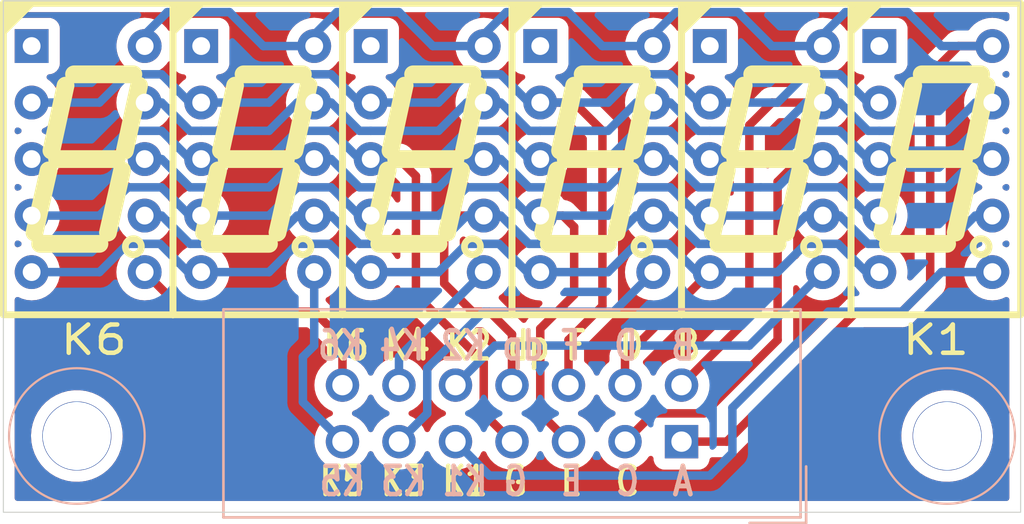
<source format=kicad_pcb>
(kicad_pcb (version 20211014) (generator pcbnew)
  (layers (0 "F.Cu" signal) (31 "B.Cu" signal) (36 "B.SilkS" user "B.Silkscreen") (37 "F.SilkS" user "F.Silkscreen") (38 "B.Mask" user) (39 "F.Mask" user) (44 "Edge.Cuts" user))
  (net 0 "")
  (net 1 "/K_SegA")
  (net 2 "/K_SegB")
  (net 3 "/K_SegC")
  (net 4 "/K_SegDP")
  (net 5 "/A0")
  (net 6 "/K_SegD")
  (net 7 "/K_SegE")
  (net 8 "/K_SegG")
  (net 9 "/K_SegF")
  (net 10 "/A1")
  (net 11 "/A2")
  (net 12 "/A3")
  (net 13 "/A4")
  (net 14 "/A5")
  (footprint "GCC_Display:Disp7_036" (layer "F.Cu") (at 80.264 37.592)
    (fp_text reference "D1" hide)
    (fp_text value "HDSP-7XXX-A" hide)
    (fp_line (start -3.81 6.9977) (end 3.81 6.9977) (layer "F.SilkS") (width 0.3048))
    (fp_line (start -3.81 -6.096) (end -2.921 -6.985) (layer "F.SilkS") (width 0.3048))
    (fp_line (start 3.81 -6.9977) (end -3.81 -6.9977) (layer "F.SilkS") (width 0.3048))
    (fp_line (start -1.651 -0.381) (end -1.016 -3.302) (layer "F.SilkS") (width 0.79756))
    (fp_line (start -2.15646 3.81) (end 0.508 3.81) (layer "F.SilkS") (width 0.79756))
    (fp_line (start -2.41046 3.302) (end -1.778 0.508) (layer "F.SilkS") (width 0.79756))
    (fp_line (start -3.81 -6.477) (end -3.302 -6.985) (layer "F.SilkS") (width 0.3048))
    (fp_line (start 0.889 3.302) (end 1.524 0.508) (layer "F.SilkS") (width 0.79756))
    (fp_line (start -1.397 0) (end 1.27 0) (layer "F.SilkS") (width 0.79756))
    (fp_line (start -3.81 -5.715) (end -2.54 -6.985) (layer "F.SilkS") (width 0.3048))
    (fp_line (start -0.635 -3.81) (end 2.032 -3.81) (layer "F.SilkS") (width 0.79756))
    (fp_line (start 1.651 -0.381) (end 2.286 -3.302) (layer "F.SilkS") (width 0.79756))
    (fp_line (start 3.81 6.9977) (end 3.81 -6.9977) (layer "F.SilkS") (width 0.3048))
    (fp_line (start -3.81 -6.9977) (end -3.81 6.9977) (layer "F.SilkS") (width 0.3048))
    (fp_circle (center 2.032 3.937) (end 2.286 4.191) (layer "F.SilkS") (width 0.3048) (fill none))
    (pad "1" thru_hole rect locked (at -2.54 -5.08) (size 1.52146 1.52146) (drill 0.8001) (layers *.Cu *.Mask) (net 5 "/A0"))
    (pad "2" thru_hole circle locked (at -2.54 -2.54) (size 1.52146 1.52146) (drill 0.8001) (layers *.Cu *.Mask) (net 9 "/K_SegF"))
    (pad "3" thru_hole circle locked (at -2.54 0) (size 1.52146 1.52146) (drill 0.8001) (layers *.Cu *.Mask) (net 8 "/K_SegG"))
    (pad "4" thru_hole circle locked (at -2.54 2.54) (size 1.52146 1.52146) (drill 0.8001) (layers *.Cu *.Mask) (net 7 "/K_SegE"))
    (pad "5" thru_hole circle locked (at -2.54 5.08) (size 1.52146 1.52146) (drill 0.8001) (layers *.Cu *.Mask) (net 6 "/K_SegD"))
    (pad "6" thru_hole circle locked (at 2.54 5.08) (size 1.52146 1.52146) (drill 0.8001) (layers *.Cu *.Mask) (net 5 "/A0"))
    (pad "7" thru_hole circle locked (at 2.54 2.54) (size 1.52146 1.52146) (drill 0.8001) (layers *.Cu *.Mask) (net 4 "/K_SegDP"))
    (pad "8" thru_hole circle locked (at 2.54 0) (size 1.52146 1.52146) (drill 0.8001) (layers *.Cu *.Mask) (net 3 "/K_SegC"))
    (pad "9" thru_hole circle locked (at 2.54 -2.54) (size 1.52146 1.52146) (drill 0.8001) (layers *.Cu *.Mask) (net 2 "/K_SegB"))
    (pad "10" thru_hole circle locked (at 2.54 -5.08) (size 1.52146 1.52146) (drill 0.8001) (layers *.Cu *.Mask) (net 1 "/K_SegA"))
  )
  (footprint "GCC_Display:Disp7_036" (layer "F.Cu") (at 72.644 37.592)
    (fp_text reference "D2" hide)
    (fp_text value "HDSP-7XXX-A" hide)
    (fp_line (start -3.81 -6.096) (end -2.921 -6.985) (layer "F.SilkS") (width 0.3048))
    (fp_line (start -3.81 -6.9977) (end -3.81 6.9977) (layer "F.SilkS") (width 0.3048))
    (fp_line (start -1.397 0) (end 1.27 0) (layer "F.SilkS") (width 0.79756))
    (fp_line (start 1.651 -0.381) (end 2.286 -3.302) (layer "F.SilkS") (width 0.79756))
    (fp_line (start -2.41046 3.302) (end -1.778 0.508) (layer "F.SilkS") (width 0.79756))
    (fp_line (start -3.81 6.9977) (end 3.81 6.9977) (layer "F.SilkS") (width 0.3048))
    (fp_line (start -3.81 -5.715) (end -2.54 -6.985) (layer "F.SilkS") (width 0.3048))
    (fp_line (start -0.635 -3.81) (end 2.032 -3.81) (layer "F.SilkS") (width 0.79756))
    (fp_line (start -1.651 -0.381) (end -1.016 -3.302) (layer "F.SilkS") (width 0.79756))
    (fp_line (start 0.889 3.302) (end 1.524 0.508) (layer "F.SilkS") (width 0.79756))
    (fp_line (start -3.81 -6.477) (end -3.302 -6.985) (layer "F.SilkS") (width 0.3048))
    (fp_line (start -2.15646 3.81) (end 0.508 3.81) (layer "F.SilkS") (width 0.79756))
    (fp_line (start 3.81 -6.9977) (end -3.81 -6.9977) (layer "F.SilkS") (width 0.3048))
    (fp_line (start 3.81 6.9977) (end 3.81 -6.9977) (layer "F.SilkS") (width 0.3048))
    (fp_circle (center 2.032 3.937) (end 2.286 4.191) (layer "F.SilkS") (width 0.3048) (fill none))
    (pad "1" thru_hole rect locked (at -2.54 -5.08) (size 1.52146 1.52146) (drill 0.8001) (layers *.Cu *.Mask) (net 10 "/A1"))
    (pad "2" thru_hole circle locked (at -2.54 -2.54) (size 1.52146 1.52146) (drill 0.8001) (layers *.Cu *.Mask) (net 9 "/K_SegF"))
    (pad "3" thru_hole circle locked (at -2.54 0) (size 1.52146 1.52146) (drill 0.8001) (layers *.Cu *.Mask) (net 8 "/K_SegG"))
    (pad "4" thru_hole circle locked (at -2.54 2.54) (size 1.52146 1.52146) (drill 0.8001) (layers *.Cu *.Mask) (net 7 "/K_SegE"))
    (pad "5" thru_hole circle locked (at -2.54 5.08) (size 1.52146 1.52146) (drill 0.8001) (layers *.Cu *.Mask) (net 6 "/K_SegD"))
    (pad "6" thru_hole circle locked (at 2.54 5.08) (size 1.52146 1.52146) (drill 0.8001) (layers *.Cu *.Mask) (net 10 "/A1"))
    (pad "7" thru_hole circle locked (at 2.54 2.54) (size 1.52146 1.52146) (drill 0.8001) (layers *.Cu *.Mask) (net 4 "/K_SegDP"))
    (pad "8" thru_hole circle locked (at 2.54 0) (size 1.52146 1.52146) (drill 0.8001) (layers *.Cu *.Mask) (net 3 "/K_SegC"))
    (pad "9" thru_hole circle locked (at 2.54 -2.54) (size 1.52146 1.52146) (drill 0.8001) (layers *.Cu *.Mask) (net 2 "/K_SegB"))
    (pad "10" thru_hole circle locked (at 2.54 -5.08) (size 1.52146 1.52146) (drill 0.8001) (layers *.Cu *.Mask) (net 1 "/K_SegA"))
  )
  (footprint "GCC_Display:Disp7_036" (layer "F.Cu") (at 65.024 37.592)
    (fp_text reference "D3" hide)
    (fp_text value "HDSP-7XXX-A" hide)
    (fp_line (start -3.81 -6.9977) (end -3.81 6.9977) (layer "F.SilkS") (width 0.3048))
    (fp_line (start -3.81 6.9977) (end 3.81 6.9977) (layer "F.SilkS") (width 0.3048))
    (fp_line (start -1.651 -0.381) (end -1.016 -3.302) (layer "F.SilkS") (width 0.79756))
    (fp_line (start -3.81 -6.477) (end -3.302 -6.985) (layer "F.SilkS") (width 0.3048))
    (fp_line (start -2.15646 3.81) (end 0.508 3.81) (layer "F.SilkS") (width 0.79756))
    (fp_line (start 0.889 3.302) (end 1.524 0.508) (layer "F.SilkS") (width 0.79756))
    (fp_line (start -2.41046 3.302) (end -1.778 0.508) (layer "F.SilkS") (width 0.79756))
    (fp_line (start 3.81 6.9977) (end 3.81 -6.9977) (layer "F.SilkS") (width 0.3048))
    (fp_line (start -3.81 -6.096) (end -2.921 -6.985) (layer "F.SilkS") (width 0.3048))
    (fp_line (start -1.397 0) (end 1.27 0) (layer "F.SilkS") (width 0.79756))
    (fp_line (start -3.81 -5.715) (end -2.54 -6.985) (layer "F.SilkS") (width 0.3048))
    (fp_line (start 3.81 -6.9977) (end -3.81 -6.9977) (layer "F.SilkS") (width 0.3048))
    (fp_line (start -0.635 -3.81) (end 2.032 -3.81) (layer "F.SilkS") (width 0.79756))
    (fp_line (start 1.651 -0.381) (end 2.286 -3.302) (layer "F.SilkS") (width 0.79756))
    (fp_circle (center 2.032 3.937) (end 2.286 4.191) (layer "F.SilkS") (width 0.3048) (fill none))
    (pad "1" thru_hole rect locked (at -2.54 -5.08) (size 1.52146 1.52146) (drill 0.8001) (layers *.Cu *.Mask) (net 11 "/A2"))
    (pad "2" thru_hole circle locked (at -2.54 -2.54) (size 1.52146 1.52146) (drill 0.8001) (layers *.Cu *.Mask) (net 9 "/K_SegF"))
    (pad "3" thru_hole circle locked (at -2.54 0) (size 1.52146 1.52146) (drill 0.8001) (layers *.Cu *.Mask) (net 8 "/K_SegG"))
    (pad "4" thru_hole circle locked (at -2.54 2.54) (size 1.52146 1.52146) (drill 0.8001) (layers *.Cu *.Mask) (net 7 "/K_SegE"))
    (pad "5" thru_hole circle locked (at -2.54 5.08) (size 1.52146 1.52146) (drill 0.8001) (layers *.Cu *.Mask) (net 6 "/K_SegD"))
    (pad "6" thru_hole circle locked (at 2.54 5.08) (size 1.52146 1.52146) (drill 0.8001) (layers *.Cu *.Mask) (net 11 "/A2"))
    (pad "7" thru_hole circle locked (at 2.54 2.54) (size 1.52146 1.52146) (drill 0.8001) (layers *.Cu *.Mask) (net 4 "/K_SegDP"))
    (pad "8" thru_hole circle locked (at 2.54 0) (size 1.52146 1.52146) (drill 0.8001) (layers *.Cu *.Mask) (net 3 "/K_SegC"))
    (pad "9" thru_hole circle locked (at 2.54 -2.54) (size 1.52146 1.52146) (drill 0.8001) (layers *.Cu *.Mask) (net 2 "/K_SegB"))
    (pad "10" thru_hole circle locked (at 2.54 -5.08) (size 1.52146 1.52146) (drill 0.8001) (layers *.Cu *.Mask) (net 1 "/K_SegA"))
  )
  (footprint "GCC_Display:Disp7_036" (layer "F.Cu") (at 57.404 37.592)
    (fp_text reference "D4" hide)
    (fp_text value "HDSP-7XXX-A" hide)
    (fp_line (start -3.81 -6.096) (end -2.921 -6.985) (layer "F.SilkS") (width 0.3048))
    (fp_line (start -3.81 -6.9977) (end -3.81 6.9977) (layer "F.SilkS") (width 0.3048))
    (fp_line (start -3.81 -5.715) (end -2.54 -6.985) (layer "F.SilkS") (width 0.3048))
    (fp_line (start -2.41046 3.302) (end -1.778 0.508) (layer "F.SilkS") (width 0.79756))
    (fp_line (start -3.81 6.9977) (end 3.81 6.9977) (layer "F.SilkS") (width 0.3048))
    (fp_line (start -1.651 -0.381) (end -1.016 -3.302) (layer "F.SilkS") (width 0.79756))
    (fp_line (start -2.15646 3.81) (end 0.508 3.81) (layer "F.SilkS") (width 0.79756))
    (fp_line (start 3.81 6.9977) (end 3.81 -6.9977) (layer "F.SilkS") (width 0.3048))
    (fp_line (start -0.635 -3.81) (end 2.032 -3.81) (layer "F.SilkS") (width 0.79756))
    (fp_line (start -3.81 -6.477) (end -3.302 -6.985) (layer "F.SilkS") (width 0.3048))
    (fp_line (start 0.889 3.302) (end 1.524 0.508) (layer "F.SilkS") (width 0.79756))
    (fp_line (start 1.651 -0.381) (end 2.286 -3.302) (layer "F.SilkS") (width 0.79756))
    (fp_line (start 3.81 -6.9977) (end -3.81 -6.9977) (layer "F.SilkS") (width 0.3048))
    (fp_line (start -1.397 0) (end 1.27 0) (layer "F.SilkS") (width 0.79756))
    (fp_circle (center 2.032 3.937) (end 2.286 4.191) (layer "F.SilkS") (width 0.3048) (fill none))
    (pad "1" thru_hole rect locked (at -2.54 -5.08) (size 1.52146 1.52146) (drill 0.8001) (layers *.Cu *.Mask) (net 12 "/A3"))
    (pad "2" thru_hole circle locked (at -2.54 -2.54) (size 1.52146 1.52146) (drill 0.8001) (layers *.Cu *.Mask) (net 9 "/K_SegF"))
    (pad "3" thru_hole circle locked (at -2.54 0) (size 1.52146 1.52146) (drill 0.8001) (layers *.Cu *.Mask) (net 8 "/K_SegG"))
    (pad "4" thru_hole circle locked (at -2.54 2.54) (size 1.52146 1.52146) (drill 0.8001) (layers *.Cu *.Mask) (net 7 "/K_SegE"))
    (pad "5" thru_hole circle locked (at -2.54 5.08) (size 1.52146 1.52146) (drill 0.8001) (layers *.Cu *.Mask) (net 6 "/K_SegD"))
    (pad "6" thru_hole circle locked (at 2.54 5.08) (size 1.52146 1.52146) (drill 0.8001) (layers *.Cu *.Mask) (net 12 "/A3"))
    (pad "7" thru_hole circle locked (at 2.54 2.54) (size 1.52146 1.52146) (drill 0.8001) (layers *.Cu *.Mask) (net 4 "/K_SegDP"))
    (pad "8" thru_hole circle locked (at 2.54 0) (size 1.52146 1.52146) (drill 0.8001) (layers *.Cu *.Mask) (net 3 "/K_SegC"))
    (pad "9" thru_hole circle locked (at 2.54 -2.54) (size 1.52146 1.52146) (drill 0.8001) (layers *.Cu *.Mask) (net 2 "/K_SegB"))
    (pad "10" thru_hole circle locked (at 2.54 -5.08) (size 1.52146 1.52146) (drill 0.8001) (layers *.Cu *.Mask) (net 1 "/K_SegA"))
  )
  (footprint "GCC_Display:Disp7_036" (layer "F.Cu") (at 49.784 37.592)
    (fp_text reference "D5" hide)
    (fp_text value "HDSP-7XXX-A" hide)
    (fp_line (start -3.81 -6.477) (end -3.302 -6.985) (layer "F.SilkS") (width 0.3048))
    (fp_line (start -3.81 -6.096) (end -2.921 -6.985) (layer "F.SilkS") (width 0.3048))
    (fp_line (start -3.81 6.9977) (end 3.81 6.9977) (layer "F.SilkS") (width 0.3048))
    (fp_line (start -1.397 0) (end 1.27 0) (layer "F.SilkS") (width 0.79756))
    (fp_line (start 3.81 6.9977) (end 3.81 -6.9977) (layer "F.SilkS") (width 0.3048))
    (fp_line (start -0.635 -3.81) (end 2.032 -3.81) (layer "F.SilkS") (width 0.79756))
    (fp_line (start -2.41046 3.302) (end -1.778 0.508) (layer "F.SilkS") (width 0.79756))
    (fp_line (start 1.651 -0.381) (end 2.286 -3.302) (layer "F.SilkS") (width 0.79756))
    (fp_line (start -2.15646 3.81) (end 0.508 3.81) (layer "F.SilkS") (width 0.79756))
    (fp_line (start 0.889 3.302) (end 1.524 0.508) (layer "F.SilkS") (width 0.79756))
    (fp_line (start -3.81 -6.9977) (end -3.81 6.9977) (layer "F.SilkS") (width 0.3048))
    (fp_line (start 3.81 -6.9977) (end -3.81 -6.9977) (layer "F.SilkS") (width 0.3048))
    (fp_line (start -1.651 -0.381) (end -1.016 -3.302) (layer "F.SilkS") (width 0.79756))
    (fp_line (start -3.81 -5.715) (end -2.54 -6.985) (layer "F.SilkS") (width 0.3048))
    (fp_circle (center 2.032 3.937) (end 2.286 4.191) (layer "F.SilkS") (width 0.3048) (fill none))
    (pad "1" thru_hole rect locked (at -2.54 -5.08) (size 1.52146 1.52146) (drill 0.8001) (layers *.Cu *.Mask) (net 13 "/A4"))
    (pad "2" thru_hole circle locked (at -2.54 -2.54) (size 1.52146 1.52146) (drill 0.8001) (layers *.Cu *.Mask) (net 9 "/K_SegF"))
    (pad "3" thru_hole circle locked (at -2.54 0) (size 1.52146 1.52146) (drill 0.8001) (layers *.Cu *.Mask) (net 8 "/K_SegG"))
    (pad "4" thru_hole circle locked (at -2.54 2.54) (size 1.52146 1.52146) (drill 0.8001) (layers *.Cu *.Mask) (net 7 "/K_SegE"))
    (pad "5" thru_hole circle locked (at -2.54 5.08) (size 1.52146 1.52146) (drill 0.8001) (layers *.Cu *.Mask) (net 6 "/K_SegD"))
    (pad "6" thru_hole circle locked (at 2.54 5.08) (size 1.52146 1.52146) (drill 0.8001) (layers *.Cu *.Mask) (net 13 "/A4"))
    (pad "7" thru_hole circle locked (at 2.54 2.54) (size 1.52146 1.52146) (drill 0.8001) (layers *.Cu *.Mask) (net 4 "/K_SegDP"))
    (pad "8" thru_hole circle locked (at 2.54 0) (size 1.52146 1.52146) (drill 0.8001) (layers *.Cu *.Mask) (net 3 "/K_SegC"))
    (pad "9" thru_hole circle locked (at 2.54 -2.54) (size 1.52146 1.52146) (drill 0.8001) (layers *.Cu *.Mask) (net 2 "/K_SegB"))
    (pad "10" thru_hole circle locked (at 2.54 -5.08) (size 1.52146 1.52146) (drill 0.8001) (layers *.Cu *.Mask) (net 1 "/K_SegA"))
  )
  (footprint "GCC_Display:Disp7_036" (layer "F.Cu") (at 42.164 37.592)
    (fp_text reference "D6" hide)
    (fp_text value "HDSP-7XXX-A" hide)
    (fp_line (start -3.81 -5.715) (end -2.54 -6.985) (layer "F.SilkS") (width 0.3048))
    (fp_line (start -2.41046 3.302) (end -1.778 0.508) (layer "F.SilkS") (width 0.79756))
    (fp_line (start -2.15646 3.81) (end 0.508 3.81) (layer "F.SilkS") (width 0.79756))
    (fp_line (start -0.635 -3.81) (end 2.032 -3.81) (layer "F.SilkS") (width 0.79756))
    (fp_line (start -1.397 0) (end 1.27 0) (layer "F.SilkS") (width 0.79756))
    (fp_line (start -3.81 -6.9977) (end -3.81 6.9977) (layer "F.SilkS") (width 0.3048))
    (fp_line (start 1.651 -0.381) (end 2.286 -3.302) (layer "F.SilkS") (width 0.79756))
    (fp_line (start 3.81 -6.9977) (end -3.81 -6.9977) (layer "F.SilkS") (width 0.3048))
    (fp_line (start -1.651 -0.381) (end -1.016 -3.302) (layer "F.SilkS") (width 0.79756))
    (fp_line (start -3.81 6.9977) (end 3.81 6.9977) (layer "F.SilkS") (width 0.3048))
    (fp_line (start -3.81 -6.477) (end -3.302 -6.985) (layer "F.SilkS") (width 0.3048))
    (fp_line (start 0.889 3.302) (end 1.524 0.508) (layer "F.SilkS") (width 0.79756))
    (fp_line (start -3.81 -6.096) (end -2.921 -6.985) (layer "F.SilkS") (width 0.3048))
    (fp_line (start 3.81 6.9977) (end 3.81 -6.9977) (layer "F.SilkS") (width 0.3048))
    (fp_circle (center 2.032 3.937) (end 2.286 4.191) (layer "F.SilkS") (width 0.3048) (fill none))
    (pad "1" thru_hole rect locked (at -2.54 -5.08) (size 1.52146 1.52146) (drill 0.8001) (layers *.Cu *.Mask) (net 14 "/A5"))
    (pad "2" thru_hole circle locked (at -2.54 -2.54) (size 1.52146 1.52146) (drill 0.8001) (layers *.Cu *.Mask) (net 9 "/K_SegF"))
    (pad "3" thru_hole circle locked (at -2.54 0) (size 1.52146 1.52146) (drill 0.8001) (layers *.Cu *.Mask) (net 8 "/K_SegG"))
    (pad "4" thru_hole circle locked (at -2.54 2.54) (size 1.52146 1.52146) (drill 0.8001) (layers *.Cu *.Mask) (net 7 "/K_SegE"))
    (pad "5" thru_hole circle locked (at -2.54 5.08) (size 1.52146 1.52146) (drill 0.8001) (layers *.Cu *.Mask) (net 6 "/K_SegD"))
    (pad "6" thru_hole circle locked (at 2.54 5.08) (size 1.52146 1.52146) (drill 0.8001) (layers *.Cu *.Mask) (net 14 "/A5"))
    (pad "7" thru_hole circle locked (at 2.54 2.54) (size 1.52146 1.52146) (drill 0.8001) (layers *.Cu *.Mask) (net 4 "/K_SegDP"))
    (pad "8" thru_hole circle locked (at 2.54 0) (size 1.52146 1.52146) (drill 0.8001) (layers *.Cu *.Mask) (net 3 "/K_SegC"))
    (pad "9" thru_hole circle locked (at 2.54 -2.54) (size 1.52146 1.52146) (drill 0.8001) (layers *.Cu *.Mask) (net 2 "/K_SegB"))
    (pad "10" thru_hole circle locked (at 2.54 -5.08) (size 1.52146 1.52146) (drill 0.8001) (layers *.Cu *.Mask) (net 1 "/K_SegA"))
  )
  (footprint "GCC_holes:Hole3mm" (layer "B.Cu") (at 41.656 50.038)
    (fp_text reference "H11" hide)
    (fp_text value "MountingHole" hide)
    (fp_circle (center 0 0) (end 0 3.048) (layer "B.SilkS") (width 0.1) (fill none))
    (pad "1" thru_hole circle locked (at 0 0) (size 3.1 3.1) (drill 3.05) (layers *.Cu *.Mask))
  )
  (footprint "GCC_holes:Hole3mm" (layer "B.Cu") (at 80.772 50.038)
    (fp_text reference "H12" hide)
    (fp_text value "MountingHole" hide)
    (fp_circle (center 0 0) (end 0 3.048) (layer "B.SilkS") (width 0.1) (fill none))
    (pad "1" thru_hole circle locked (at 0 0) (size 3.1 3.1) (drill 3.05) (layers *.Cu *.Mask))
  )
  (footprint "Connector_IDC:IDC-Header_2x07_P2.54mm_Vertical" (layer "B.Cu") (at 68.834 50.292 90)
    (fp_text reference "P8" hide)
    (fp_text value "Disp1x6" hide)
    (fp_line (start -3.655 5.6) (end -1.115 5.6) (layer "B.SilkS") (width 0.12))
    (fp_line (start -3.405 -20.59) (end -3.405 5.35) (layer "B.SilkS") (width 0.12))
    (fp_line (start 5.945 5.35) (end 5.945 -20.59) (layer "B.SilkS") (width 0.12))
    (fp_line (start -3.405 5.35) (end 5.945 5.35) (layer "B.SilkS") (width 0.12))
    (fp_line (start -3.655 5.6) (end -3.655 3.06) (layer "B.SilkS") (width 0.12))
    (fp_line (start 5.945 -20.59) (end -3.405 -20.59) (layer "B.SilkS") (width 0.12))
    (pad "1" thru_hole rect locked (at 0 0 90) (size 1.4986 1.4986) (drill 0.9144) (layers *.Cu *.Mask) (net 1 "/K_SegA"))
    (pad "2" thru_hole oval locked (at 2.54 0 90) (size 1.4986 1.4986) (drill 0.9144) (layers *.Cu *.Mask) (net 2 "/K_SegB"))
    (pad "3" thru_hole oval locked (at 0 -2.54 90) (size 1.4986 1.4986) (drill 0.9144) (layers *.Cu *.Mask) (net 3 "/K_SegC"))
    (pad "4" thru_hole oval locked (at 2.54 -2.54 90) (size 1.4986 1.4986) (drill 0.9144) (layers *.Cu *.Mask) (net 6 "/K_SegD"))
    (pad "5" thru_hole oval locked (at 0 -5.08 90) (size 1.4986 1.4986) (drill 0.9144) (layers *.Cu *.Mask) (net 7 "/K_SegE"))
    (pad "6" thru_hole oval locked (at 2.54 -5.08 90) (size 1.4986 1.4986) (drill 0.9144) (layers *.Cu *.Mask) (net 9 "/K_SegF"))
    (pad "7" thru_hole oval locked (at 0 -7.62 90) (size 1.4986 1.4986) (drill 0.9144) (layers *.Cu *.Mask) (net 8 "/K_SegG"))
    (pad "8" thru_hole oval locked (at 2.54 -7.62 90) (size 1.4986 1.4986) (drill 0.9144) (layers *.Cu *.Mask) (net 4 "/K_SegDP"))
    (pad "9" thru_hole oval locked (at 0 -10.16 90) (size 1.4986 1.4986) (drill 0.9144) (layers *.Cu *.Mask) (net 5 "/A0"))
    (pad "10" thru_hole oval locked (at 2.54 -10.16 90) (size 1.4986 1.4986) (drill 0.9144) (layers *.Cu *.Mask) (net 10 "/A1"))
    (pad "11" thru_hole oval locked (at 0 -12.7 90) (size 1.4986 1.4986) (drill 0.9144) (layers *.Cu *.Mask) (net 11 "/A2"))
    (pad "12" thru_hole oval locked (at 2.54 -12.7 90) (size 1.4986 1.4986) (drill 0.9144) (layers *.Cu *.Mask) (net 12 "/A3"))
    (pad "13" thru_hole oval locked (at 0 -15.24 90) (size 1.4986 1.4986) (drill 0.9144) (layers *.Cu *.Mask) (net 13 "/A4"))
    (pad "14" thru_hole oval locked (at 2.54 -15.24 90) (size 1.4986 1.4986) (drill 0.9144) (layers *.Cu *.Mask) (net 14 "/A5"))
  )
  (gr_rect (start 38.354 30.48) (end 84.074 53.467) (layer "Edge.Cuts") (width 0.05) (fill none))
  (gr_text "A  C  E  G K1 K3 K5" (at 60.96 52.07) (layer "B.SilkS") (effects (font (size 1.27 1.016) (thickness 0.2032)) (justify mirror)))
  (gr_text "B  D  F dp K2 K4 K6" (at 60.96 45.974) (layer "B.SilkS") (effects (font (size 1.27 1.016) (thickness 0.2032)) (justify mirror)))
  (gr_text "K5 K3 K1 G  E  C  A" (at 60.96 52.07) (layer "F.SilkS") (effects (font (size 1.27 1.016) (thickness 0.2032))))
  (gr_text "K1" (at 80.264 45.72) (layer "F.SilkS") (effects (font (size 1.27 1.524) (thickness 0.2032))))
  (gr_text "K6" (at 42.418 45.72) (layer "F.SilkS") (effects (font (size 1.27 1.524) (thickness 0.2032))))
  (gr_text "K6 K4 K2 dp F  D  B" (at 61.214 45.974) (layer "F.SilkS") (effects (font (size 1.27 1.016) (thickness 0.2032))))
  (segment (start 82.804 32.512) (end 81.28 32.512) (width 0.381) (layer "F.Cu") (net 1))
  (segment (start 81.28 32.512) (end 80.01 33.782) (width 0.381) (layer "F.Cu") (net 1))
  (segment (start 70.866 50.292) (end 68.834 50.292) (width 0.381) (layer "F.Cu") (net 1))
  (segment (start 80.01 33.782) (end 80.01 43.18) (width 0.381) (layer "F.Cu") (net 1))
  (segment (start 76.708 44.45) (end 70.866 50.292) (width 0.381) (layer "F.Cu") (net 1))
  (segment (start 78.74 44.45) (end 76.708 44.45) (width 0.381) (layer "F.Cu") (net 1))
  (segment (start 80.01 43.18) (end 78.74 44.45) (width 0.381) (layer "F.Cu") (net 1))
  (segment (start 78.994 30.988) (end 80.518 32.512) (width 0.381) (layer "B.Cu") (net 1))
  (segment (start 76.2 30.988) (end 78.994 30.988) (width 0.381) (layer "B.Cu") (net 1))
  (segment (start 75.184 32.512) (end 75.184 32.004) (width 0.381) (layer "B.Cu") (net 1))
  (segment (start 75.184 32.004) (end 76.2 30.988) (width 0.381) (layer "B.Cu") (net 1))
  (segment (start 80.518 32.512) (end 82.804 32.512) (width 0.381) (layer "B.Cu") (net 1))
  (segment (start 44.704 32.512) (end 44.704 32.004) (width 0.381) (layer "B.Cu") (net 1))
  (segment (start 65.278 32.512) (end 67.564 32.512) (width 0.381) (layer "B.Cu") (net 1))
  (segment (start 71.374 30.988) (end 72.898 32.512) (width 0.381) (layer "B.Cu") (net 1))
  (segment (start 59.944 32.004) (end 60.96 30.988) (width 0.381) (layer "B.Cu") (net 1))
  (segment (start 44.704 32.004) (end 45.72 30.988) (width 0.381) (layer "B.Cu") (net 1))
  (segment (start 50.038 32.512) (end 52.324 32.512) (width 0.381) (layer "B.Cu") (net 1))
  (segment (start 57.658 32.512) (end 59.944 32.512) (width 0.381) (layer "B.Cu") (net 1))
  (segment (start 45.72 30.988) (end 48.514 30.988) (width 0.381) (layer "B.Cu") (net 1))
  (segment (start 59.944 32.512) (end 59.944 32.004) (width 0.381) (layer "B.Cu") (net 1))
  (segment (start 52.324 32.512) (end 52.324 32.004) (width 0.381) (layer "B.Cu") (net 1))
  (segment (start 67.564 32.512) (end 67.564 32.004) (width 0.381) (layer "B.Cu") (net 1))
  (segment (start 60.96 30.988) (end 63.754 30.988) (width 0.381) (layer "B.Cu") (net 1))
  (segment (start 48.514 30.988) (end 50.038 32.512) (width 0.381) (layer "B.Cu") (net 1))
  (segment (start 63.754 30.988) (end 65.278 32.512) (width 0.381) (layer "B.Cu") (net 1))
  (segment (start 68.58 30.988) (end 71.374 30.988) (width 0.381) (layer "B.Cu") (net 1))
  (segment (start 53.34 30.988) (end 56.134 30.988) (width 0.381) (layer "B.Cu") (net 1))
  (segment (start 52.324 32.004) (end 53.34 30.988) (width 0.381) (layer "B.Cu") (net 1))
  (segment (start 67.564 32.004) (end 68.58 30.988) (width 0.381) (layer "B.Cu") (net 1))
  (segment (start 56.134 30.988) (end 57.658 32.512) (width 0.381) (layer "B.Cu") (net 1))
  (segment (start 72.898 32.512) (end 75.184 32.512) (width 0.381) (layer "B.Cu") (net 1))
  (segment (start 71.882 36.068) (end 71.882 44.704) (width 0.381) (layer "F.Cu") (net 2))
  (segment (start 75.184 35.052) (end 72.898 35.052) (width 0.381) (layer "F.Cu") (net 2))
  (segment (start 71.882 44.704) (end 68.834 47.752) (width 0.381) (layer "F.Cu") (net 2))
  (segment (start 72.898 35.052) (end 71.882 36.068) (width 0.381) (layer "F.Cu") (net 2))
  (segment (start 77.724 36.322) (end 80.01 36.322) (width 0.381) (layer "B.Cu") (net 2))
  (segment (start 75.946 35.052) (end 77.216 36.322) (width 0.381) (layer "B.Cu") (net 2))
  (segment (start 75.438 35.052) (end 75.946 35.052) (width 0.381) (layer "B.Cu") (net 2))
  (segment (start 82.042 35.052) (end 83.058 35.052) (width 0.381) (layer "B.Cu") (net 2))
  (segment (start 80.772 36.322) (end 82.042 35.052) (width 0.381) (layer "B.Cu") (net 2))
  (segment (start 77.216 36.322) (end 77.724 36.322) (width 0.381) (layer "B.Cu") (net 2))
  (segment (start 80.772 36.322) (end 80.01 36.322) (width 0.381) (layer "B.Cu") (net 2))
  (segment (start 44.958 35.052) (end 45.466 35.052) (width 0.381) (layer "B.Cu") (net 2))
  (segment (start 59.182 35.052) (end 60.198 35.052) (width 0.381) (layer "B.Cu") (net 2))
  (segment (start 65.532 36.322) (end 64.77 36.322) (width 0.381) (layer "B.Cu") (net 2))
  (segment (start 57.912 36.322) (end 59.182 35.052) (width 0.381) (layer "B.Cu") (net 2))
  (segment (start 60.198 35.052) (end 60.706 35.052) (width 0.381) (layer "B.Cu") (net 2))
  (segment (start 47.244 36.322) (end 49.53 36.322) (width 0.381) (layer "B.Cu") (net 2))
  (segment (start 57.912 36.322) (end 57.15 36.322) (width 0.381) (layer "B.Cu") (net 2))
  (segment (start 51.562 35.052) (end 52.578 35.052) (width 0.381) (layer "B.Cu") (net 2))
  (segment (start 66.802 35.052) (end 67.818 35.052) (width 0.381) (layer "B.Cu") (net 2))
  (segment (start 61.976 36.322) (end 62.484 36.322) (width 0.381) (layer "B.Cu") (net 2))
  (segment (start 50.292 36.322) (end 49.53 36.322) (width 0.381) (layer "B.Cu") (net 2))
  (segment (start 53.086 35.052) (end 54.356 36.322) (width 0.381) (layer "B.Cu") (net 2))
  (segment (start 73.152 36.322) (end 72.39 36.322) (width 0.381) (layer "B.Cu") (net 2))
  (segment (start 54.864 36.322) (end 57.15 36.322) (width 0.381) (layer "B.Cu") (net 2))
  (segment (start 74.422 35.052) (end 75.438 35.052) (width 0.381) (layer "B.Cu") (net 2))
  (segment (start 46.736 36.322) (end 47.244 36.322) (width 0.381) (layer "B.Cu") (net 2))
  (segment (start 54.356 36.322) (end 54.864 36.322) (width 0.381) (layer "B.Cu") (net 2))
  (segment (start 52.578 35.052) (end 53.086 35.052) (width 0.381) (layer "B.Cu") (net 2))
  (segment (start 73.152 36.322) (end 74.422 35.052) (width 0.381) (layer "B.Cu") (net 2))
  (segment (start 45.466 35.052) (end 46.736 36.322) (width 0.381) (layer "B.Cu") (net 2))
  (segment (start 60.706 35.052) (end 61.976 36.322) (width 0.381) (layer "B.Cu") (net 2))
  (segment (start 50.292 36.322) (end 51.562 35.052) (width 0.381) (layer "B.Cu") (net 2))
  (segment (start 62.484 36.322) (end 64.77 36.322) (width 0.381) (layer "B.Cu") (net 2))
  (segment (start 68.326 35.052) (end 69.596 36.322) (width 0.381) (layer "B.Cu") (net 2))
  (segment (start 65.532 36.322) (end 66.802 35.052) (width 0.381) (layer "B.Cu") (net 2))
  (segment (start 70.104 36.322) (end 72.39 36.322) (width 0.381) (layer "B.Cu") (net 2))
  (segment (start 67.818 35.052) (end 68.326 35.052) (width 0.381) (layer "B.Cu") (net 2))
  (segment (start 69.596 36.322) (end 70.104 36.322) (width 0.381) (layer "B.Cu") (net 2))
  (segment (start 73.152 38.608) (end 74.168 37.592) (width 0.381) (layer "F.Cu") (net 3))
  (segment (start 74.168 37.592) (end 75.184 37.592) (width 0.381) (layer "F.Cu") (net 3))
  (segment (start 69.85 49.022) (end 73.152 45.72) (width 0.381) (layer "F.Cu") (net 3))
  (segment (start 66.294 50.292) (end 67.564 49.022) (width 0.381) (layer "F.Cu") (net 3))
  (segment (start 67.564 49.022) (end 69.85 49.022) (width 0.381) (layer "F.Cu") (net 3))
  (segment (start 73.152 45.72) (end 73.152 38.608) (width 0.381) (layer "F.Cu") (net 3))
  (segment (start 75.438 37.592) (end 75.946 37.592) (width 0.381) (layer "B.Cu") (net 3))
  (segment (start 77.216 38.862) (end 80.01 38.862) (width 0.381) (layer "B.Cu") (net 3))
  (segment (start 75.946 37.592) (end 77.216 38.862) (width 0.381) (layer "B.Cu") (net 3))
  (segment (start 80.772 38.862) (end 82.042 37.592) (width 0.381) (layer "B.Cu") (net 3))
  (segment (start 82.042 37.592) (end 83.058 37.592) (width 0.381) (layer "B.Cu") (net 3))
  (segment (start 80.772 38.862) (end 80.01 38.862) (width 0.381) (layer "B.Cu") (net 3))
  (segment (start 69.596 38.862) (end 72.39 38.862) (width 0.381) (layer "B.Cu") (net 3))
  (segment (start 54.356 38.862) (end 57.15 38.862) (width 0.381) (layer "B.Cu") (net 3))
  (segment (start 57.912 38.862) (end 57.15 38.862) (width 0.381) (layer "B.Cu") (net 3))
  (segment (start 57.912 38.862) (end 59.182 37.592) (width 0.381) (layer "B.Cu") (net 3))
  (segment (start 59.182 37.592) (end 60.198 37.592) (width 0.381) (layer "B.Cu") (net 3))
  (segment (start 60.706 37.592) (end 61.976 38.862) (width 0.381) (layer "B.Cu") (net 3))
  (segment (start 65.532 38.862) (end 66.802 37.592) (width 0.381) (layer "B.Cu") (net 3))
  (segment (start 50.292 38.862) (end 49.53 38.862) (width 0.381) (layer "B.Cu") (net 3))
  (segment (start 68.326 37.592) (end 69.596 38.862) (width 0.381) (layer "B.Cu") (net 3))
  (segment (start 67.818 37.592) (end 68.326 37.592) (width 0.381) (layer "B.Cu") (net 3))
  (segment (start 74.422 37.592) (end 75.438 37.592) (width 0.381) (layer "B.Cu") (net 3))
  (segment (start 45.466 37.592) (end 46.736 38.862) (width 0.381) (layer "B.Cu") (net 3))
  (segment (start 60.198 37.592) (end 60.706 37.592) (width 0.381) (layer "B.Cu") (net 3))
  (segment (start 51.562 37.592) (end 52.578 37.592) (width 0.381) (layer "B.Cu") (net 3))
  (segment (start 66.802 37.592) (end 67.818 37.592) (width 0.381) (layer "B.Cu") (net 3))
  (segment (start 53.086 37.592) (end 54.356 38.862) (width 0.381) (layer "B.Cu") (net 3))
  (segment (start 46.736 38.862) (end 49.53 38.862) (width 0.381) (layer "B.Cu") (net 3))
  (segment (start 73.152 38.862) (end 72.39 38.862) (width 0.381) (layer "B.Cu") (net 3))
  (segment (start 52.578 37.592) (end 53.086 37.592) (width 0.381) (layer "B.Cu") (net 3))
  (segment (start 65.532 38.862) (end 64.77 38.862) (width 0.381) (layer "B.Cu") (net 3))
  (segment (start 50.292 38.862) (end 51.562 37.592) (width 0.381) (layer "B.Cu") (net 3))
  (segment (start 73.152 38.862) (end 74.422 37.592) (width 0.381) (layer "B.Cu") (net 3))
  (segment (start 44.958 37.592) (end 45.466 37.592) (width 0.381) (layer "B.Cu") (net 3))
  (segment (start 61.976 38.862) (end 64.77 38.862) (width 0.381) (layer "B.Cu") (net 3))
  (segment (start 59.436 44.45) (end 58.166 43.18) (width 0.381) (layer "F.Cu") (net 4))
  (segment (start 58.166 40.894) (end 58.928 40.132) (width 0.381) (layer "F.Cu") (net 4))
  (segment (start 58.928 40.132) (end 59.944 40.132) (width 0.381) (layer "F.Cu") (net 4))
  (segment (start 60.198 44.45) (end 59.436 44.45) (width 0.381) (layer "F.Cu") (net 4))
  (segment (start 61.214 47.752) (end 61.214 45.466) (width 0.381) (layer "F.Cu") (net 4))
  (segment (start 61.214 45.466) (end 60.198 44.45) (width 0.381) (layer "F.Cu") (net 4))
  (segment (start 58.166 43.18) (end 58.166 40.894) (width 0.381) (layer "F.Cu") (net 4))
  (segment (start 77.216 41.402) (end 80.01 41.402) (width 0.381) (layer "B.Cu") (net 4))
  (segment (start 75.946 40.132) (end 77.216 41.402) (width 0.381) (layer "B.Cu") (net 4))
  (segment (start 75.438 40.132) (end 75.946 40.132) (width 0.381) (layer "B.Cu") (net 4))
  (segment (start 80.772 41.402) (end 82.042 40.132) (width 0.381) (layer "B.Cu") (net 4))
  (segment (start 82.042 40.132) (end 83.058 40.132) (width 0.381) (layer "B.Cu") (net 4))
  (segment (start 80.772 41.402) (end 80.01 41.402) (width 0.381) (layer "B.Cu") (net 4))
  (segment (start 44.958 40.132) (end 45.466 40.132) (width 0.381) (layer "B.Cu") (net 4))
  (segment (start 52.578 40.132) (end 53.086 40.132) (width 0.381) (layer "B.Cu") (net 4))
  (segment (start 60.198 40.132) (end 60.706 40.132) (width 0.381) (layer "B.Cu") (net 4))
  (segment (start 65.532 41.402) (end 66.802 40.132) (width 0.381) (layer "B.Cu") (net 4))
  (segment (start 46.736 41.402) (end 49.53 41.402) (width 0.381) (layer "B.Cu") (net 4))
  (segment (start 54.356 41.402) (end 57.15 41.402) (width 0.381) (layer "B.Cu") (net 4))
  (segment (start 51.562 40.132) (end 52.578 40.132) (width 0.381) (layer "B.Cu") (net 4))
  (segment (start 69.596 41.402) (end 72.39 41.402) (width 0.381) (layer "B.Cu") (net 4))
  (segment (start 45.466 40.132) (end 46.736 41.402) (width 0.381) (layer "B.Cu") (net 4))
  (segment (start 68.326 40.132) (end 69.596 41.402) (width 0.381) (layer "B.Cu") (net 4))
  (segment (start 66.802 40.132) (end 67.818 40.132) (width 0.381) (layer "B.Cu") (net 4))
  (segment (start 53.086 40.132) (end 54.356 41.402) (width 0.381) (layer "B.Cu") (net 4))
  (segment (start 73.152 41.402) (end 74.422 40.132) (width 0.381) (layer "B.Cu") (net 4))
  (segment (start 50.292 41.402) (end 51.562 40.132) (width 0.381) (layer "B.Cu") (net 4))
  (segment (start 57.912 41.402) (end 57.15 41.402) (width 0.381) (layer "B.Cu") (net 4))
  (segment (start 67.818 40.132) (end 68.326 40.132) (width 0.381) (layer "B.Cu") (net 4))
  (segment (start 50.292 41.402) (end 49.53 41.402) (width 0.381) (layer "B.Cu") (net 4))
  (segment (start 57.912 41.402) (end 59.182 40.132) (width 0.381) (layer "B.Cu") (net 4))
  (segment (start 59.182 40.132) (end 60.198 40.132) (width 0.381) (layer "B.Cu") (net 4))
  (segment (start 61.976 41.402) (end 64.77 41.402) (width 0.381) (layer "B.Cu") (net 4))
  (segment (start 60.706 40.132) (end 61.976 41.402) (width 0.381) (layer "B.Cu") (net 4))
  (segment (start 65.532 41.402) (end 64.77 41.402) (width 0.381) (layer "B.Cu") (net 4))
  (segment (start 73.152 41.402) (end 72.39 41.402) (width 0.381) (layer "B.Cu") (net 4))
  (segment (start 74.422 40.132) (end 75.438 40.132) (width 0.381) (layer "B.Cu") (net 4))
  (segment (start 75.438 44.45) (end 78.74 44.45) (width 0.381) (layer "B.Cu") (net 5))
  (segment (start 71.12 50.8) (end 71.12 48.768) (width 0.381) (layer "B.Cu") (net 5))
  (segment (start 70.104 51.816) (end 71.12 50.8) (width 0.381) (layer "B.Cu") (net 5))
  (segment (start 58.674 50.292) (end 60.198 51.816) (width 0.381) (layer "B.Cu") (net 5))
  (segment (start 71.12 48.768) (end 75.438 44.45) (width 0.381) (layer "B.Cu") (net 5))
  (segment (start 80.518 42.672) (end 82.804 42.672) (width 0.381) (layer "B.Cu") (net 5))
  (segment (start 78.74 44.45) (end 80.518 42.672) (width 0.381) (layer "B.Cu") (net 5))
  (segment (start 60.198 51.816) (end 70.104 51.816) (width 0.381) (layer "B.Cu") (net 5))
  (segment (start 66.294 46.482) (end 66.294 47.752) (width 0.381) (layer "F.Cu") (net 6))
  (segment (start 70.104 42.672) (end 66.294 46.482) (width 0.381) (layer "F.Cu") (net 6))
  (segment (start 53.011823 41.402) (end 51.562 41.402) (width 0.381) (layer "B.Cu") (net 6))
  (segment (start 45.391823 41.402) (end 43.942 41.402) (width 0.381) (layer "B.Cu") (net 6))
  (segment (start 51.562 41.402) (end 50.292 42.672) (width 0.381) (layer "B.Cu") (net 6))
  (segment (start 43.942 41.402) (end 42.672 42.672) (width 0.381) (layer "B.Cu") (net 6))
  (segment (start 66.802 41.402) (end 65.532 42.672) (width 0.381) (layer "B.Cu") (net 6))
  (segment (start 68.251823 41.402) (end 66.802 41.402) (width 0.381) (layer "B.Cu") (net 6))
  (segment (start 42.672 42.672) (end 39.624 42.672) (width 0.381) (layer "B.Cu") (net 6))
  (segment (start 74.422 41.402) (end 73.152 42.672) (width 0.381) (layer "B.Cu") (net 6))
  (segment (start 61.901823 42.672) (end 60.631823 41.402) (width 0.381) (layer "B.Cu") (net 6))
  (segment (start 54.281823 42.672) (end 53.011823 41.402) (width 0.381) (layer "B.Cu") (net 6))
  (segment (start 65.532 42.672) (end 61.901823 42.672) (width 0.381) (layer "B.Cu") (net 6))
  (segment (start 77.141823 42.672) (end 75.871823 41.402) (width 0.381) (layer "B.Cu") (net 6))
  (segment (start 60.631823 41.402) (end 59.182 41.402) (width 0.381) (layer "B.Cu") (net 6))
  (segment (start 46.661823 42.672) (end 45.391823 41.402) (width 0.381) (layer "B.Cu") (net 6))
  (segment (start 57.912 42.672) (end 54.281823 42.672) (width 0.381) (layer "B.Cu") (net 6))
  (segment (start 69.521823 42.672) (end 68.251823 41.402) (width 0.381) (layer "B.Cu") (net 6))
  (segment (start 75.871823 41.402) (end 74.422 41.402) (width 0.381) (layer "B.Cu") (net 6))
  (segment (start 50.292 42.672) (end 46.661823 42.672) (width 0.381) (layer "B.Cu") (net 6))
  (segment (start 73.152 42.672) (end 69.521823 42.672) (width 0.381) (layer "B.Cu") (net 6))
  (segment (start 59.182 41.402) (end 57.912 42.672) (width 0.381) (layer "B.Cu") (net 6))
  (segment (start 64.008 40.64) (end 63.5 40.132) (width 0.381) (layer "F.Cu") (net 7))
  (segment (start 63.5 40.132) (end 62.484 40.132) (width 0.381) (layer "F.Cu") (net 7))
  (segment (start 64.008 43.688) (end 64.008 40.64) (width 0.381) (layer "F.Cu") (net 7))
  (segment (start 62.484 49.022) (end 62.484 45.212) (width 0.381) (layer "F.Cu") (net 7))
  (segment (start 63.754 50.292) (end 62.484 49.022) (width 0.381) (layer "F.Cu") (net 7))
  (segment (start 62.484 45.212) (end 64.008 43.688) (width 0.381) (layer "F.Cu") (net 7))
  (segment (start 57.912 40.132) (end 54.356 40.132) (width 0.381) (layer "B.Cu") (net 7))
  (segment (start 46.736 40.132) (end 45.466 38.862) (width 0.381) (layer "B.Cu") (net 7))
  (segment (start 45.466 38.862) (end 43.942 38.862) (width 0.381) (layer "B.Cu") (net 7))
  (segment (start 69.596 40.132) (end 68.326 38.862) (width 0.381) (layer "B.Cu") (net 7))
  (segment (start 65.532 40.132) (end 61.976 40.132) (width 0.381) (layer "B.Cu") (net 7))
  (segment (start 53.086 38.862) (end 51.562 38.862) (width 0.381) (layer "B.Cu") (net 7))
  (segment (start 77.216 40.132) (end 75.946 38.862) (width 0.381) (layer "B.Cu") (net 7))
  (segment (start 42.672 40.132) (end 39.624 40.132) (width 0.381) (layer "B.Cu") (net 7))
  (segment (start 60.706 38.862) (end 59.182 38.862) (width 0.381) (layer "B.Cu") (net 7))
  (segment (start 50.292 40.132) (end 46.736 40.132) (width 0.381) (layer "B.Cu") (net 7))
  (segment (start 54.356 40.132) (end 53.086 38.862) (width 0.381) (layer "B.Cu") (net 7))
  (segment (start 73.152 40.132) (end 69.596 40.132) (width 0.381) (layer "B.Cu") (net 7))
  (segment (start 51.562 38.862) (end 50.292 40.132) (width 0.381) (layer "B.Cu") (net 7))
  (segment (start 74.422 38.862) (end 73.152 40.132) (width 0.381) (layer "B.Cu") (net 7))
  (segment (start 68.326 38.862) (end 66.802 38.862) (width 0.381) (layer "B.Cu") (net 7))
  (segment (start 66.802 38.862) (end 65.532 40.132) (width 0.381) (layer "B.Cu") (net 7))
  (segment (start 75.946 38.862) (end 74.422 38.862) (width 0.381) (layer "B.Cu") (net 7))
  (segment (start 43.942 38.862) (end 42.672 40.132) (width 0.381) (layer "B.Cu") (net 7))
  (segment (start 59.182 38.862) (end 57.912 40.132) (width 0.381) (layer "B.Cu") (net 7))
  (segment (start 61.976 40.132) (end 60.706 38.862) (width 0.381) (layer "B.Cu") (net 7))
  (segment (start 56.896 38.354) (end 56.134 37.592) (width 0.381) (layer "F.Cu") (net 8))
  (segment (start 56.134 37.592) (end 54.864 37.592) (width 0.381) (layer "F.Cu") (net 8))
  (segment (start 59.944 46.736) (end 56.896 43.688) (width 0.381) (layer "F.Cu") (net 8))
  (segment (start 56.896 43.688) (end 56.896 38.354) (width 0.381) (layer "F.Cu") (net 8))
  (segment (start 59.944 49.022) (end 59.944 46.736) (width 0.381) (layer "F.Cu") (net 8))
  (segment (start 61.214 50.292) (end 59.944 49.022) (width 0.381) (layer "F.Cu") (net 8))
  (segment (start 70.358 37.592) (end 72.39 37.592) (width 0.381) (layer "B.Cu") (net 8))
  (segment (start 74.422 36.322) (end 75.946 36.322) (width 0.381) (layer "B.Cu") (net 8))
  (segment (start 77.47 37.592) (end 77.978 37.592) (width 0.381) (layer "B.Cu") (net 8))
  (segment (start 73.152 37.592) (end 74.422 36.322) (width 0.381) (layer "B.Cu") (net 8))
  (segment (start 75.946 36.322) (end 77.216 37.592) (width 0.381) (layer "B.Cu") (net 8))
  (segment (start 77.216 37.592) (end 77.978 37.592) (width 0.381) (layer "B.Cu") (net 8))
  (segment (start 73.152 37.592) (end 72.39 37.592) (width 0.381) (layer "B.Cu") (net 8))
  (segment (start 46.736 37.592) (end 45.466 36.322) (width 0.381) (layer "B.Cu") (net 8))
  (segment (start 54.356 37.592) (end 55.118 37.592) (width 0.381) (layer "B.Cu") (net 8))
  (segment (start 54.61 37.592) (end 55.118 37.592) (width 0.381) (layer "B.Cu") (net 8))
  (segment (start 42.672 37.592) (end 39.624 37.592) (width 0.381) (layer "B.Cu") (net 8))
  (segment (start 60.706 36.322) (end 61.976 37.592) (width 0.381) (layer "B.Cu") (net 8))
  (segment (start 59.182 36.322) (end 60.706 36.322) (width 0.381) (layer "B.Cu") (net 8))
  (segment (start 51.562 36.322) (end 53.086 36.322) (width 0.381) (layer "B.Cu") (net 8))
  (segment (start 57.912 37.592) (end 57.15 37.592) (width 0.381) (layer "B.Cu") (net 8))
  (segment (start 55.118 37.592) (end 57.15 37.592) (width 0.381) (layer "B.Cu") (net 8))
  (segment (start 43.942 36.322) (end 42.672 37.592) (width 0.381) (layer "B.Cu") (net 8))
  (segment (start 50.292 37.592) (end 49.53 37.592) (width 0.381) (layer "B.Cu") (net 8))
  (segment (start 65.532 37.592) (end 66.802 36.322) (width 0.381) (layer "B.Cu") (net 8))
  (segment (start 50.292 37.592) (end 51.562 36.322) (width 0.381) (layer "B.Cu") (net 8))
  (segment (start 68.326 36.322) (end 69.596 37.592) (width 0.381) (layer "B.Cu") (net 8))
  (segment (start 53.086 36.322) (end 54.356 37.592) (width 0.381) (layer "B.Cu") (net 8))
  (segment (start 65.532 37.592) (end 64.77 37.592) (width 0.381) (layer "B.Cu") (net 8))
  (segment (start 66.802 36.322) (end 68.326 36.322) (width 0.381) (layer "B.Cu") (net 8))
  (segment (start 46.99 37.592) (end 47.498 37.592) (width 0.381) (layer "B.Cu") (net 8))
  (segment (start 69.85 37.592) (end 70.358 37.592) (width 0.381) (layer "B.Cu") (net 8))
  (segment (start 47.498 37.592) (end 46.736 37.592) (width 0.381) (layer "B.Cu") (net 8))
  (segment (start 62.738 37.592) (end 64.77 37.592) (width 0.381) (layer "B.Cu") (net 8))
  (segment (start 62.23 37.592) (end 62.738 37.592) (width 0.381) (layer "B.Cu") (net 8))
  (segment (start 57.912 37.592) (end 59.182 36.322) (width 0.381) (layer "B.Cu") (net 8))
  (segment (start 45.466 36.322) (end 43.942 36.322) (width 0.381) (layer "B.Cu") (net 8))
  (segment (start 47.498 37.592) (end 49.53 37.592) (width 0.381) (layer "B.Cu") (net 8))
  (segment (start 61.976 37.592) (end 62.738 37.592) (width 0.381) (layer "B.Cu") (net 8))
  (segment (start 69.596 37.592) (end 70.358 37.592) (width 0.381) (layer "B.Cu") (net 8))
  (segment (start 65.278 36.322) (end 65.278 44.196) (width 0.381) (layer "F.Cu") (net 9))
  (segment (start 65.278 44.196) (end 63.754 45.72) (width 0.381) (layer "F.Cu") (net 9))
  (segment (start 63.754 45.72) (end 63.754 47.752) (width 0.381) (layer "F.Cu") (net 9))
  (segment (start 64.008 35.052) (end 65.278 36.322) (width 0.381) (layer "F.Cu") (net 9))
  (segment (start 62.484 35.052) (end 64.008 35.052) (width 0.381) (layer "F.Cu") (net 9))
  (segment (start 46.736 35.052) (end 45.466 33.782) (width 0.381) (layer "B.Cu") (net 9))
  (segment (start 53.086 33.782) (end 51.562 33.782) (width 0.381) (layer "B.Cu") (net 9))
  (segment (start 65.532 35.052) (end 61.976 35.052) (width 0.381) (layer "B.Cu") (net 9))
  (segment (start 61.976 35.052) (end 60.706 33.782) (width 0.381) (layer "B.Cu") (net 9))
  (segment (start 54.356 35.052) (end 53.086 33.782) (width 0.381) (layer "B.Cu") (net 9))
  (segment (start 75.946 33.782) (end 74.422 33.782) (width 0.381) (layer "B.Cu") (net 9))
  (segment (start 69.596 35.052) (end 68.326 33.782) (width 0.381) (layer "B.Cu") (net 9))
  (segment (start 77.216 35.052) (end 75.946 33.782) (width 0.381) (layer "B.Cu") (net 9))
  (segment (start 66.802 33.782) (end 65.532 35.052) (width 0.381) (layer "B.Cu") (net 9))
  (segment (start 42.672 35.052) (end 39.624 35.052) (width 0.381) (layer "B.Cu") (net 9))
  (segment (start 43.942 33.782) (end 42.672 35.052) (width 0.381) (layer "B.Cu") (net 9))
  (segment (start 73.152 35.052) (end 69.596 35.052) (width 0.381) (layer "B.Cu") (net 9))
  (segment (start 57.912 35.052) (end 54.356 35.052) (width 0.381) (layer "B.Cu") (net 9))
  (segment (start 51.562 33.782) (end 50.292 35.052) (width 0.381) (layer "B.Cu") (net 9))
  (segment (start 60.706 33.782) (end 59.182 33.782) (width 0.381) (layer "B.Cu") (net 9))
  (segment (start 68.326 33.782) (end 66.802 33.782) (width 0.381) (layer "B.Cu") (net 9))
  (segment (start 45.466 33.782) (end 43.942 33.782) (width 0.381) (layer "B.Cu") (net 9))
  (segment (start 50.292 35.052) (end 46.736 35.052) (width 0.381) (layer "B.Cu") (net 9))
  (segment (start 74.422 33.782) (end 73.152 35.052) (width 0.381) (layer "B.Cu") (net 9))
  (segment (start 59.182 33.782) (end 57.912 35.052) (width 0.381) (layer "B.Cu") (net 9))
  (segment (start 60.452 45.974) (end 71.882 45.974) (width 0.381) (layer "B.Cu") (net 10))
  (segment (start 58.674 47.752) (end 60.452 45.974) (width 0.381) (layer "B.Cu") (net 10))
  (segment (start 71.882 45.974) (end 75.184 42.672) (width 0.381) (layer "B.Cu") (net 10))
  (segment (start 65.786 44.45) (end 67.564 42.672) (width 0.381) (layer "B.Cu") (net 11))
  (segment (start 59.944 44.45) (end 65.786 44.45) (width 0.381) (layer "B.Cu") (net 11))
  (segment (start 56.134 50.292) (end 57.404 49.022) (width 0.381) (layer "B.Cu") (net 11))
  (segment (start 57.404 46.99) (end 59.944 44.45) (width 0.381) (layer "B.Cu") (net 11))
  (segment (start 57.404 49.022) (end 57.404 46.99) (width 0.381) (layer "B.Cu") (net 11))
  (segment (start 56.134 47.752) (end 56.134 46.482) (width 0.381) (layer "B.Cu") (net 12))
  (segment (start 56.134 46.482) (end 59.944 42.672) (width 0.381) (layer "B.Cu") (net 12))
  (segment (start 53.594 50.292) (end 51.816 48.514) (width 0.381) (layer "B.Cu") (net 13))
  (segment (start 51.816 48.514) (end 51.816 46.482) (width 0.381) (layer "B.Cu") (net 13))
  (segment (start 52.324 45.974) (end 52.324 42.672) (width 0.381) (layer "B.Cu") (net 13))
  (segment (start 51.816 46.482) (end 52.324 45.974) (width 0.381) (layer "B.Cu") (net 13))
  (segment (start 53.594 47.752) (end 53.594 45.72) (width 0.381) (layer "F.Cu") (net 14))
  (segment (start 53.594 45.72) (end 52.324 44.45) (width 0.381) (layer "F.Cu") (net 14))
  (segment (start 52.324 44.45) (end 46.482 44.45) (width 0.381) (layer "F.Cu") (net 14))
  (segment (start 46.482 44.45) (end 44.704 42.672) (width 0.381) (layer "F.Cu") (net 14))
  (zone (net 0) (net_name "") (layer "F.Cu") (connect_pads (clearance 0.508)) (min_thickness 0.254) (fill yes (thermal_gap 0.508) (thermal_bridge_width 0.508))
    (polygon (pts (xy 38.354 30.48) (xy 84.074 30.48) (xy 84.074 53.467) (xy 38.354 53.467)))
  )
  (zone (net 0) (net_name "") (layer "B.Cu") (connect_pads (clearance 0.508)) (min_thickness 0.254) (fill yes (thermal_gap 0.508) (thermal_bridge_width 0.508))
    (polygon (pts (xy 38.354 30.48) (xy 84.074 30.48) (xy 84.074 53.467) (xy 38.354 53.467)))
  )
)
</source>
